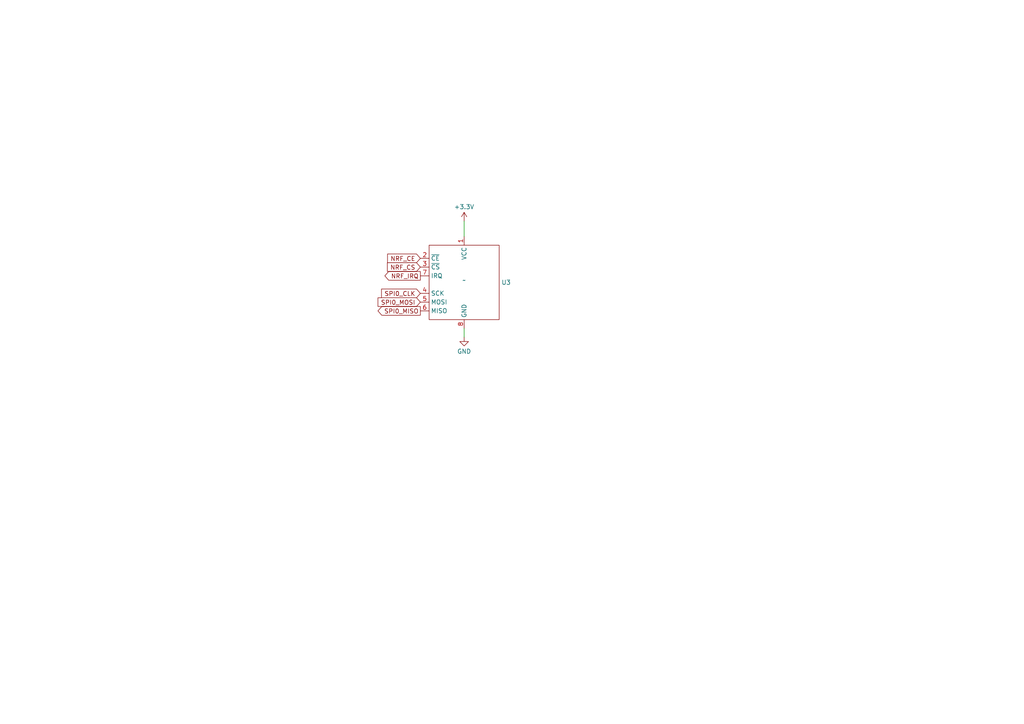
<source format=kicad_sch>
(kicad_sch (version 20230121) (generator eeschema)
  (paper "A4")
  (lib_symbols
    (symbol "GTS24:GTS24"
      (property "Reference" "U" (at 0 0 0))
      (symbol "GTS24_0_1"
        (rectangle (start -10.16 11.43) (end 10.16 -10.16))
      )
      (symbol "GTS24_1_1"
        (pin power_in line (at 0 13.97 270) (length 2.54) (name "VCC") (number "1"))
        (pin input line (at -12.7 7.62 0) (length 2.54) (name "~{CE}") (number "2"))
        (pin input line (at -12.7 5.08 0) (length 2.54) (name "~{CS}") (number "3"))
        (pin input line (at -12.7 -2.54 0) (length 2.54) (name "SCK") (number "4"))
        (pin input line (at -12.7 -5.08 0) (length 2.54) (name "MOSI") (number "5"))
        (pin output line (at -12.7 -7.62 0) (length 2.54) (name "MISO") (number "6"))
        (pin output line (at -12.7 2.54 0) (length 2.54) (name "IRQ") (number "7"))
        (pin power_out line (at 0 -12.7 90) (length 2.54) (name "GND") (number "8"))
      )
    )
    (symbol "power:+3.3V" (power) (pin_names (offset 0))
      (property "Value" "+3.3V" (at 0 3.556 0))
      (symbol "+3.3V_0_1"
        (polyline (pts (xy -0.762 1.27) (xy 0 2.54)))
        (polyline (pts (xy 0 0) (xy 0 2.54)))
        (polyline (pts (xy 0 2.54) (xy 0.762 1.27)))
      )
      (symbol "+3.3V_1_1"
        (pin power_in line (at 0 0 90) (length 0) hide (name "+3.3V") (number "1"))
      )
    )
    (symbol "power:GND" (power) (pin_names (offset 0))
      (property "Value" "GND" (at 0 -3.81 0))
      (symbol "GND_0_1"
        (polyline (pts (xy 0 0) (xy 0 -1.27) (xy 1.27 -1.27) (xy 0 -2.54) (xy -1.27 -1.27) (xy 0 -1.27)))
      )
      (symbol "GND_1_1"
        (pin power_in line (at 0 0 270) (length 0) hide (name "GND") (number "1"))
      )
    )
  )
  (wire (pts (xy 134.62 95.25) (xy 134.62 97.79)))
  (wire (pts (xy 134.62 64.135) (xy 134.62 68.58)))
  (global_label "SPI0_CLK" (shape input) (at 121.92 85.09 180) (property "Intersheetrefs" "${INTERSHEET_REFS}" (effects hide)))
  (global_label "NRF_CS" (shape input) (at 121.92 77.47 180) (property "Intersheetrefs" "${INTERSHEET_REFS}" (effects hide)))
  (global_label "SPI0_MOSI" (shape input) (at 121.92 87.63 180) (property "Intersheetrefs" "${INTERSHEET_REFS}" (effects hide)))
  (global_label "NRF_IRQ" (shape output) (at 121.92 80.01 180) (property "Intersheetrefs" "${INTERSHEET_REFS}" (effects hide)))
  (global_label "NRF_CE" (shape input) (at 121.92 74.93 180) (property "Intersheetrefs" "${INTERSHEET_REFS}" (effects hide)))
  (global_label "SPI0_MISO" (shape output) (at 121.92 90.17 180) (property "Intersheetrefs" "${INTERSHEET_REFS}" (effects hide)))
  (symbol (lib_id "GTS24:GTS24") (at 134.62 82.55 0) (unit 1)
    (property "Reference" "U3" (at 145.415 81.915 0) (effects (justify left)))
    (property "Value" "~" (at 134.62 81.28 0))
    (property "Footprint" "GTS24:GTS24-SMD" (effects hide))
  )
  (symbol (lib_id "power:GND") (at 134.62 97.79 0) (unit 1)
    (property "Reference" "#PWR053" (effects hide))
    (property "Value" "GND" (at 134.62 101.9231 0))
  )
  (symbol (lib_id "power:+3.3V") (at 134.62 64.135 0) (unit 1)
    (property "Reference" "#PWR020" (effects hide))
    (property "Value" "+3.3V" (at 134.62 60.0019 0))
  )
)
</source>
